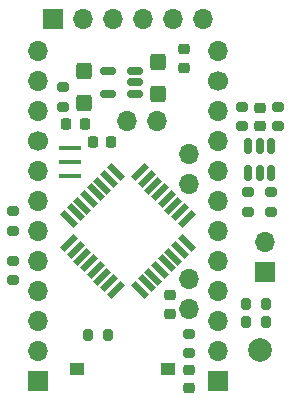
<source format=gbr>
%TF.GenerationSoftware,KiCad,Pcbnew,6.0.11-2627ca5db0~126~ubuntu22.04.1*%
%TF.CreationDate,2024-01-17T11:10:24+01:00*%
%TF.ProjectId,barco-modchip,62617263-6f2d-46d6-9f64-636869702e6b,rev?*%
%TF.SameCoordinates,Original*%
%TF.FileFunction,Soldermask,Top*%
%TF.FilePolarity,Negative*%
%FSLAX46Y46*%
G04 Gerber Fmt 4.6, Leading zero omitted, Abs format (unit mm)*
G04 Created by KiCad (PCBNEW 6.0.11-2627ca5db0~126~ubuntu22.04.1) date 2024-01-17 11:10:24*
%MOMM*%
%LPD*%
G01*
G04 APERTURE LIST*
G04 Aperture macros list*
%AMRoundRect*
0 Rectangle with rounded corners*
0 $1 Rounding radius*
0 $2 $3 $4 $5 $6 $7 $8 $9 X,Y pos of 4 corners*
0 Add a 4 corners polygon primitive as box body*
4,1,4,$2,$3,$4,$5,$6,$7,$8,$9,$2,$3,0*
0 Add four circle primitives for the rounded corners*
1,1,$1+$1,$2,$3*
1,1,$1+$1,$4,$5*
1,1,$1+$1,$6,$7*
1,1,$1+$1,$8,$9*
0 Add four rect primitives between the rounded corners*
20,1,$1+$1,$2,$3,$4,$5,0*
20,1,$1+$1,$4,$5,$6,$7,0*
20,1,$1+$1,$6,$7,$8,$9,0*
20,1,$1+$1,$8,$9,$2,$3,0*%
%AMHorizOval*
0 Thick line with rounded ends*
0 $1 width*
0 $2 $3 position (X,Y) of the first rounded end (center of the circle)*
0 $4 $5 position (X,Y) of the second rounded end (center of the circle)*
0 Add line between two ends*
20,1,$1,$2,$3,$4,$5,0*
0 Add two circle primitives to create the rounded ends*
1,1,$1,$2,$3*
1,1,$1,$4,$5*%
%AMRotRect*
0 Rectangle, with rotation*
0 The origin of the aperture is its center*
0 $1 length*
0 $2 width*
0 $3 Rotation angle, in degrees counterclockwise*
0 Add horizontal line*
21,1,$1,$2,0,0,$3*%
G04 Aperture macros list end*
%ADD10RoundRect,0.150000X0.150000X-0.512500X0.150000X0.512500X-0.150000X0.512500X-0.150000X-0.512500X0*%
%ADD11R,1.700000X1.700000*%
%ADD12O,1.700000X1.700000*%
%ADD13C,2.000000*%
%ADD14RoundRect,0.200000X-0.200000X-0.275000X0.200000X-0.275000X0.200000X0.275000X-0.200000X0.275000X0*%
%ADD15RoundRect,0.200000X0.275000X-0.200000X0.275000X0.200000X-0.275000X0.200000X-0.275000X-0.200000X0*%
%ADD16RoundRect,0.200000X-0.275000X0.200000X-0.275000X-0.200000X0.275000X-0.200000X0.275000X0.200000X0*%
%ADD17RoundRect,0.225000X0.250000X-0.225000X0.250000X0.225000X-0.250000X0.225000X-0.250000X-0.225000X0*%
%ADD18RoundRect,0.218750X0.218750X0.256250X-0.218750X0.256250X-0.218750X-0.256250X0.218750X-0.256250X0*%
%ADD19RoundRect,0.250000X0.425000X-0.450000X0.425000X0.450000X-0.425000X0.450000X-0.425000X-0.450000X0*%
%ADD20R,1.900000X0.400000*%
%ADD21RoundRect,0.225000X-0.225000X-0.250000X0.225000X-0.250000X0.225000X0.250000X-0.225000X0.250000X0*%
%ADD22RoundRect,0.225000X-0.250000X0.225000X-0.250000X-0.225000X0.250000X-0.225000X0.250000X0.225000X0*%
%ADD23RoundRect,0.150000X0.512500X0.150000X-0.512500X0.150000X-0.512500X-0.150000X0.512500X-0.150000X0*%
%ADD24RoundRect,0.218750X0.256250X-0.218750X0.256250X0.218750X-0.256250X0.218750X-0.256250X-0.218750X0*%
%ADD25HorizOval,1.700000X0.000000X0.000000X0.000000X0.000000X0*%
%ADD26RotRect,1.600000X0.550000X315.000000*%
%ADD27RotRect,1.600000X0.550000X45.000000*%
%ADD28R,1.250000X1.000000*%
%ADD29HorizOval,1.700000X0.000000X0.000000X0.000000X0.000000X0*%
%ADD30RoundRect,0.200000X0.200000X0.275000X-0.200000X0.275000X-0.200000X-0.275000X0.200000X-0.275000X0*%
G04 APERTURE END LIST*
D10*
%TO.C,U40*%
X189800000Y-106637500D03*
X190750000Y-106637500D03*
X191700000Y-106637500D03*
X191700000Y-104362500D03*
X190750000Y-104362500D03*
X189800000Y-104362500D03*
%TD*%
D11*
%TO.C,J2*%
X173250000Y-93625000D03*
D12*
X175790000Y-93625000D03*
X178330000Y-93625000D03*
X180870000Y-93625000D03*
X183410000Y-93625000D03*
X185950000Y-93625000D03*
%TD*%
D13*
%TO.C,J30*%
X190750000Y-121685000D03*
%TD*%
D14*
%TO.C,R11*%
X176225000Y-120375000D03*
X177875000Y-120375000D03*
%TD*%
D15*
%TO.C,R20*%
X174075000Y-101050000D03*
X174075000Y-99400000D03*
%TD*%
D16*
%TO.C,R51*%
X169830000Y-114085000D03*
X169830000Y-115735000D03*
%TD*%
D12*
%TO.C,J12*%
X184750000Y-107600000D03*
X184750000Y-105060000D03*
%TD*%
D17*
%TO.C,C12*%
X183200000Y-118575000D03*
X183200000Y-117025000D03*
%TD*%
D18*
%TO.C,D20*%
X175937500Y-102525000D03*
X174362500Y-102525000D03*
%TD*%
D19*
%TO.C,C21*%
X175875000Y-100700000D03*
X175875000Y-98000000D03*
%TD*%
D15*
%TO.C,R10*%
X184800000Y-121925000D03*
X184800000Y-120275000D03*
%TD*%
D12*
%TO.C,J14*%
X182020000Y-102225000D03*
X179480000Y-102225000D03*
%TD*%
D14*
%TO.C,R31*%
X189625000Y-119270000D03*
X191275000Y-119270000D03*
%TD*%
D20*
%TO.C,Y1*%
X174725000Y-106950000D03*
X174725000Y-105750000D03*
X174725000Y-104550000D03*
%TD*%
D21*
%TO.C,C10*%
X176650000Y-104050000D03*
X178200000Y-104050000D03*
%TD*%
D16*
%TO.C,R42*%
X189220000Y-101075000D03*
X189220000Y-102725000D03*
%TD*%
D11*
%TO.C,J40*%
X191210000Y-115085000D03*
D12*
X191210000Y-112545000D03*
%TD*%
D22*
%TO.C,C13*%
X184310000Y-96205000D03*
X184310000Y-97755000D03*
%TD*%
D12*
%TO.C,J13*%
X184800000Y-118175000D03*
X184800000Y-115635000D03*
%TD*%
D23*
%TO.C,U20*%
X180162500Y-99950000D03*
X180162500Y-99000000D03*
X180162500Y-98050000D03*
X177887500Y-98050000D03*
X177887500Y-99950000D03*
%TD*%
D16*
%TO.C,R41*%
X191710000Y-108305000D03*
X191710000Y-109955000D03*
%TD*%
D24*
%TO.C,D10*%
X184800000Y-124887500D03*
X184800000Y-123312500D03*
%TD*%
D15*
%TO.C,R50*%
X169830000Y-111555000D03*
X169830000Y-109905000D03*
%TD*%
D16*
%TO.C,R43*%
X192280000Y-101075000D03*
X192280000Y-102725000D03*
%TD*%
D11*
%TO.C,J10*%
X172000000Y-124250000D03*
D12*
X172000000Y-121710000D03*
X172000000Y-119170000D03*
X172000000Y-116630000D03*
X172000000Y-114090000D03*
X172000000Y-111550000D03*
X172000000Y-109010000D03*
X172000000Y-106470000D03*
D25*
X172000000Y-103930000D03*
D12*
X172000000Y-101390000D03*
X172000000Y-98850000D03*
X172000000Y-96310000D03*
%TD*%
D16*
%TO.C,R40*%
X189790000Y-108295000D03*
X189790000Y-109945000D03*
%TD*%
D22*
%TO.C,C41*%
X190750000Y-101125000D03*
X190750000Y-102675000D03*
%TD*%
D26*
%TO.C,U1*%
X178574695Y-106614897D03*
X178009010Y-107180583D03*
X177443324Y-107746268D03*
X176877639Y-108311953D03*
X176311953Y-108877639D03*
X175746268Y-109443324D03*
X175180583Y-110009010D03*
X174614897Y-110574695D03*
D27*
X174614897Y-112625305D03*
X175180583Y-113190990D03*
X175746268Y-113756676D03*
X176311953Y-114322361D03*
X176877639Y-114888047D03*
X177443324Y-115453732D03*
X178009010Y-116019417D03*
X178574695Y-116585103D03*
D26*
X180625305Y-116585103D03*
X181190990Y-116019417D03*
X181756676Y-115453732D03*
X182322361Y-114888047D03*
X182888047Y-114322361D03*
X183453732Y-113756676D03*
X184019417Y-113190990D03*
X184585103Y-112625305D03*
D27*
X184585103Y-110574695D03*
X184019417Y-110009010D03*
X183453732Y-109443324D03*
X182888047Y-108877639D03*
X182322361Y-108311953D03*
X181756676Y-107746268D03*
X181190990Y-107180583D03*
X180625305Y-106614897D03*
%TD*%
D28*
%TO.C,SW1*%
X183025000Y-123300000D03*
X175275000Y-123300000D03*
%TD*%
D11*
%TO.C,J11*%
X187200000Y-124250000D03*
D12*
X187200000Y-121710000D03*
X187200000Y-119170000D03*
X187200000Y-116630000D03*
X187200000Y-114090000D03*
X187200000Y-111550000D03*
X187200000Y-109010000D03*
X187200000Y-106470000D03*
X187200000Y-103930000D03*
X187200000Y-101390000D03*
D29*
X187200000Y-98850000D03*
D12*
X187200000Y-96310000D03*
%TD*%
D30*
%TO.C,R30*%
X191275000Y-117720000D03*
X189625000Y-117720000D03*
%TD*%
D19*
%TO.C,C20*%
X182150000Y-100000000D03*
X182150000Y-97300000D03*
%TD*%
M02*

</source>
